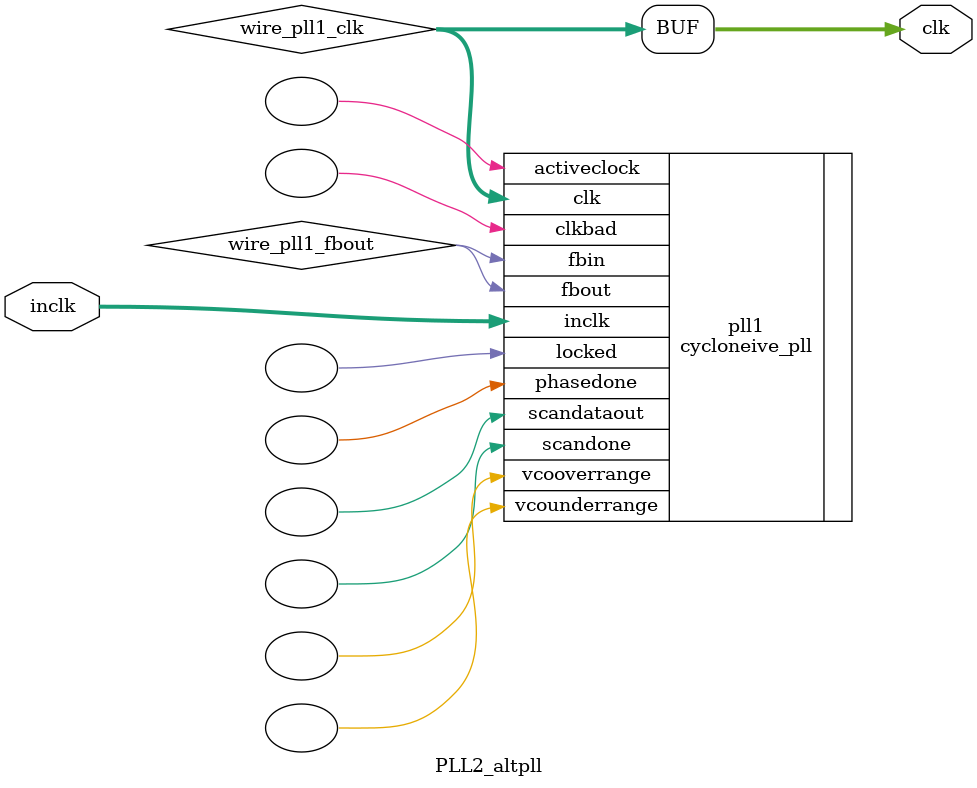
<source format=v>






//synthesis_resources = cycloneive_pll 1 
//synopsys translate_off
`timescale 1 ps / 1 ps
//synopsys translate_on
module  PLL2_altpll
	( 
	clk,
	inclk) /* synthesis synthesis_clearbox=1 */;
	output   [4:0]  clk;
	input   [1:0]  inclk;
`ifndef ALTERA_RESERVED_QIS
// synopsys translate_off
`endif
	tri0   [1:0]  inclk;
`ifndef ALTERA_RESERVED_QIS
// synopsys translate_on
`endif

	wire  [4:0]   wire_pll1_clk;
	wire  wire_pll1_fbout;

	cycloneive_pll   pll1
	( 
	.activeclock(),
	.clk(wire_pll1_clk),
	.clkbad(),
	.fbin(wire_pll1_fbout),
	.fbout(wire_pll1_fbout),
	.inclk(inclk),
	.locked(),
	.phasedone(),
	.scandataout(),
	.scandone(),
	.vcooverrange(),
	.vcounderrange()
	`ifndef FORMAL_VERIFICATION
	// synopsys translate_off
	`endif
	,
	.areset(1'b0),
	.clkswitch(1'b0),
	.configupdate(1'b0),
	.pfdena(1'b1),
	.phasecounterselect({3{1'b0}}),
	.phasestep(1'b0),
	.phaseupdown(1'b0),
	.scanclk(1'b0),
	.scanclkena(1'b1),
	.scandata(1'b0)
	`ifndef FORMAL_VERIFICATION
	// synopsys translate_on
	`endif
	);
	defparam
		pll1.bandwidth_type = "auto",
		pll1.clk0_divide_by = 1,
		pll1.clk0_duty_cycle = 50,
		pll1.clk0_multiply_by = 10,
		pll1.clk0_phase_shift = "0",
		pll1.compensate_clock = "clk0",
		pll1.inclk0_input_frequency = 200000,
		pll1.operation_mode = "normal",
		pll1.pll_type = "auto",
		pll1.lpm_type = "cycloneive_pll";
	assign
		clk = {wire_pll1_clk[4:0]};
endmodule //PLL2_altpll
//VALID FILE

</source>
